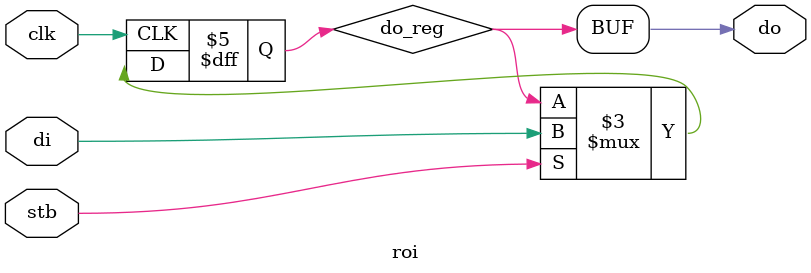
<source format=v>
module top(input clk, stb, di, output do);
	roi roi(
		.clk(clk),
		.stb(stb),
		.di(di),
		.do(do)
	);
endmodule

module roi(input clk, stb, di, output do);
	reg do_reg = 0;
	always @(posedge clk) begin
		if (stb) begin
			do_reg <= di;
		end
	end
	assign do = do_reg;
endmodule

</source>
